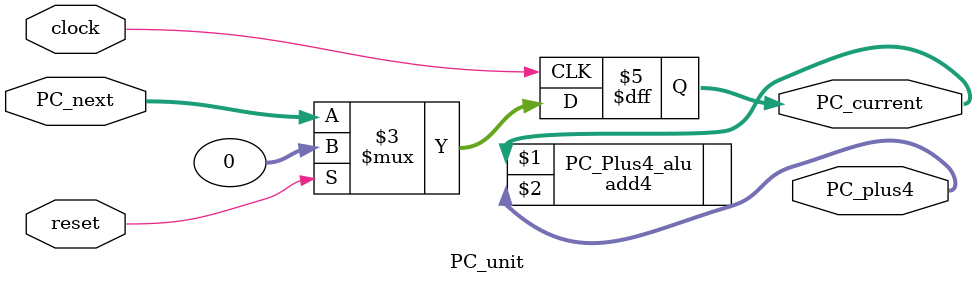
<source format=v>
`timescale 1ns / 1ps


module PC_unit
    (
     input             clock,reset,
     input      [31:0] PC_next,
     output     [31:0] PC_plus4,
     output reg [31:0] PC_current
    );
    
    add4 #(32) PC_Plus4_alu(PC_current,PC_plus4);
    
    always @ (posedge clock) begin
        if (reset) PC_current <= 0;
        else begin
            PC_current <= PC_next;
        end
    end
    
endmodule

</source>
